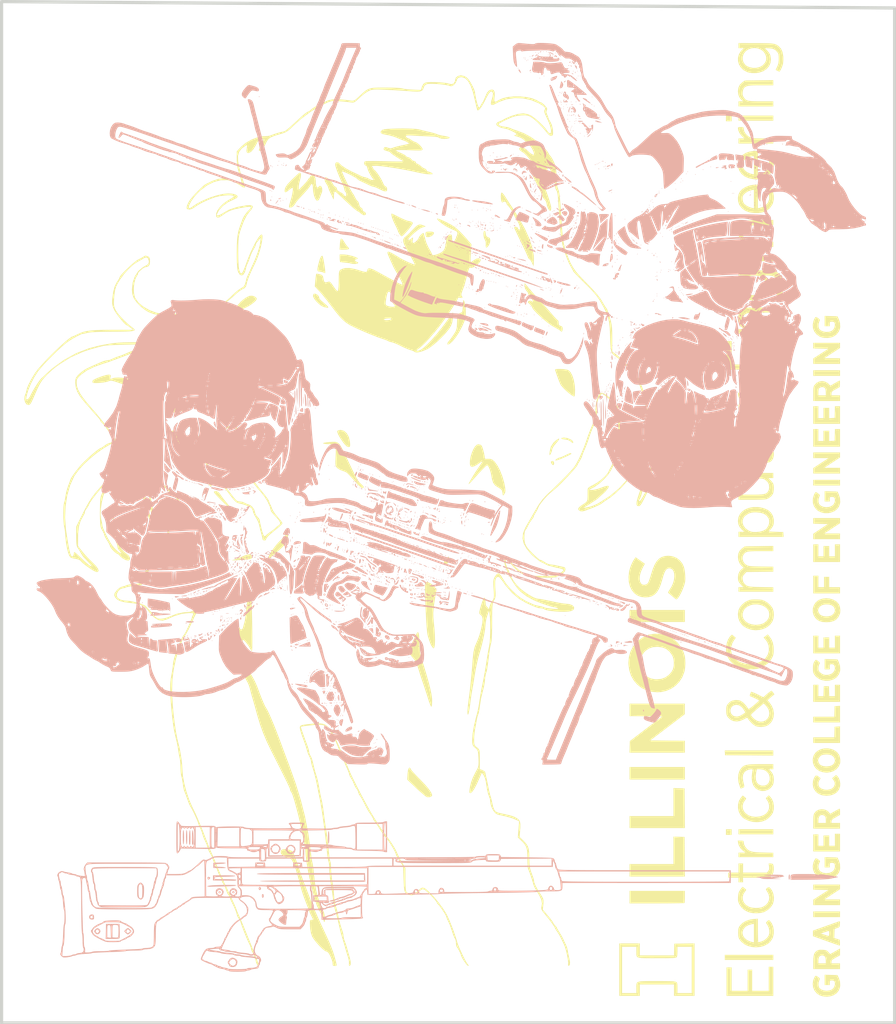
<source format=kicad_pcb>
(kicad_pcb (version 20211014) (generator pcbnew)
  (layers (0 "F.Cu" signal) (31 "B.Cu" signal) (34 "B.Paste" user) (35 "F.Paste" user) (36 "B.SilkS" user "B.Silkscreen") (37 "F.SilkS" user "F.Silkscreen") (38 "B.Mask" user) (39 "F.Mask" user) (44 "Edge.Cuts" user))
  (net 0 "")
  (footprint "Art:IllinoisECENegative31mm" (layer "F.Cu") (at 84.8 82 90)
    (fp_text reference "" hide)
    (fp_text value "LOGO" hide)
  )
  (footprint "Art:AsukaNegative28mm" (layer "F.Cu") (at 72.6 82)
    (fp_text reference "" hide)
    (fp_text value "LOGO" hide)
  )
  (footprint "Art:FoxGirl66" (layer "B.Cu") (at 75 82.4 180)
    (fp_text reference "" hide)
    (fp_text value "LOGO" hide)
  )
  (footprint "Art:FoxGirl62" (layer "B.Cu") (at 77.2 74.4)
    (fp_text reference "" hide)
    (fp_text value "LOGO" hide)
  )
  (footprint "Art:PSGBullet25mm" (layer "B.Cu") (at 76 93.8 180)
    (fp_text reference "" hide)
    (fp_text value "LOGO" hide)
  )
  (gr_line (start 90 97.8) (end 90 66) (layer "Edge.Cuts") (width 0.1))
  (gr_line (start 62 97.8) (end 90 97.8) (layer "Edge.Cuts") (width 0.1))
  (gr_line (start 62 65.8) (end 62 97.8) (layer "Edge.Cuts") (width 0.1))
  (gr_line (start 90 66) (end 62 65.8) (layer "Edge.Cuts") (width 0.1))
)
</source>
